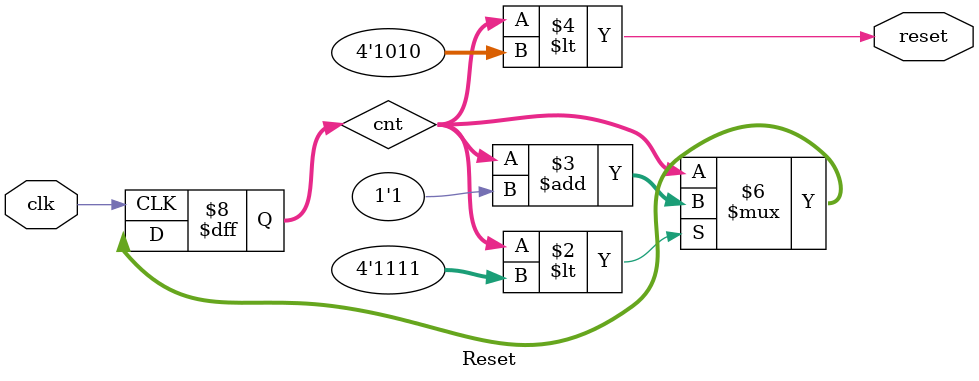
<source format=sv>
`include "inc_define.vh"
module Reset 
( 				
input clk, 
output reset );

logic [4:0] cnt = '0;

always_ff @ (posedge clk)
  if (cnt < 4'hf) cnt <= cnt + 1'b1;   
assign reset = (cnt < 4'ha);
					
endmodule



</source>
